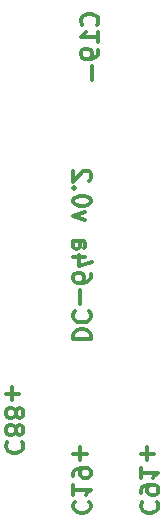
<source format=gbr>
%TF.GenerationSoftware,KiCad,Pcbnew,7.0.6*%
%TF.CreationDate,2023-12-10T23:04:23+01:00*%
%TF.ProjectId,dc_64a,64635f36-3461-42e6-9b69-6361645f7063,rev?*%
%TF.SameCoordinates,Original*%
%TF.FileFunction,Legend,Bot*%
%TF.FilePolarity,Positive*%
%FSLAX46Y46*%
G04 Gerber Fmt 4.6, Leading zero omitted, Abs format (unit mm)*
G04 Created by KiCad (PCBNEW 7.0.6) date 2023-12-10 23:04:23*
%MOMM*%
%LPD*%
G01*
G04 APERTURE LIST*
%ADD10C,0.300000*%
G04 APERTURE END LIST*
D10*
X100622971Y-39511653D02*
X100694400Y-39440225D01*
X100694400Y-39440225D02*
X100765828Y-39225939D01*
X100765828Y-39225939D02*
X100765828Y-39083082D01*
X100765828Y-39083082D02*
X100694400Y-38868796D01*
X100694400Y-38868796D02*
X100551542Y-38725939D01*
X100551542Y-38725939D02*
X100408685Y-38654510D01*
X100408685Y-38654510D02*
X100122971Y-38583082D01*
X100122971Y-38583082D02*
X99908685Y-38583082D01*
X99908685Y-38583082D02*
X99622971Y-38654510D01*
X99622971Y-38654510D02*
X99480114Y-38725939D01*
X99480114Y-38725939D02*
X99337257Y-38868796D01*
X99337257Y-38868796D02*
X99265828Y-39083082D01*
X99265828Y-39083082D02*
X99265828Y-39225939D01*
X99265828Y-39225939D02*
X99337257Y-39440225D01*
X99337257Y-39440225D02*
X99408685Y-39511653D01*
X100765828Y-40940225D02*
X100765828Y-40083082D01*
X100765828Y-40511653D02*
X99265828Y-40511653D01*
X99265828Y-40511653D02*
X99480114Y-40368796D01*
X99480114Y-40368796D02*
X99622971Y-40225939D01*
X99622971Y-40225939D02*
X99694400Y-40083082D01*
X100765828Y-41654510D02*
X100765828Y-41940224D01*
X100765828Y-41940224D02*
X100694400Y-42083081D01*
X100694400Y-42083081D02*
X100622971Y-42154510D01*
X100622971Y-42154510D02*
X100408685Y-42297367D01*
X100408685Y-42297367D02*
X100122971Y-42368796D01*
X100122971Y-42368796D02*
X99551542Y-42368796D01*
X99551542Y-42368796D02*
X99408685Y-42297367D01*
X99408685Y-42297367D02*
X99337257Y-42225939D01*
X99337257Y-42225939D02*
X99265828Y-42083081D01*
X99265828Y-42083081D02*
X99265828Y-41797367D01*
X99265828Y-41797367D02*
X99337257Y-41654510D01*
X99337257Y-41654510D02*
X99408685Y-41583081D01*
X99408685Y-41583081D02*
X99551542Y-41511653D01*
X99551542Y-41511653D02*
X99908685Y-41511653D01*
X99908685Y-41511653D02*
X100051542Y-41583081D01*
X100051542Y-41583081D02*
X100122971Y-41654510D01*
X100122971Y-41654510D02*
X100194400Y-41797367D01*
X100194400Y-41797367D02*
X100194400Y-42083081D01*
X100194400Y-42083081D02*
X100122971Y-42225939D01*
X100122971Y-42225939D02*
X100051542Y-42297367D01*
X100051542Y-42297367D02*
X99908685Y-42368796D01*
X100194400Y-43011652D02*
X100194400Y-44154510D01*
X93052028Y-74788346D02*
X92980600Y-74859774D01*
X92980600Y-74859774D02*
X92909171Y-75074060D01*
X92909171Y-75074060D02*
X92909171Y-75216917D01*
X92909171Y-75216917D02*
X92980600Y-75431203D01*
X92980600Y-75431203D02*
X93123457Y-75574060D01*
X93123457Y-75574060D02*
X93266314Y-75645489D01*
X93266314Y-75645489D02*
X93552028Y-75716917D01*
X93552028Y-75716917D02*
X93766314Y-75716917D01*
X93766314Y-75716917D02*
X94052028Y-75645489D01*
X94052028Y-75645489D02*
X94194885Y-75574060D01*
X94194885Y-75574060D02*
X94337742Y-75431203D01*
X94337742Y-75431203D02*
X94409171Y-75216917D01*
X94409171Y-75216917D02*
X94409171Y-75074060D01*
X94409171Y-75074060D02*
X94337742Y-74859774D01*
X94337742Y-74859774D02*
X94266314Y-74788346D01*
X93766314Y-73931203D02*
X93837742Y-74074060D01*
X93837742Y-74074060D02*
X93909171Y-74145489D01*
X93909171Y-74145489D02*
X94052028Y-74216917D01*
X94052028Y-74216917D02*
X94123457Y-74216917D01*
X94123457Y-74216917D02*
X94266314Y-74145489D01*
X94266314Y-74145489D02*
X94337742Y-74074060D01*
X94337742Y-74074060D02*
X94409171Y-73931203D01*
X94409171Y-73931203D02*
X94409171Y-73645489D01*
X94409171Y-73645489D02*
X94337742Y-73502632D01*
X94337742Y-73502632D02*
X94266314Y-73431203D01*
X94266314Y-73431203D02*
X94123457Y-73359774D01*
X94123457Y-73359774D02*
X94052028Y-73359774D01*
X94052028Y-73359774D02*
X93909171Y-73431203D01*
X93909171Y-73431203D02*
X93837742Y-73502632D01*
X93837742Y-73502632D02*
X93766314Y-73645489D01*
X93766314Y-73645489D02*
X93766314Y-73931203D01*
X93766314Y-73931203D02*
X93694885Y-74074060D01*
X93694885Y-74074060D02*
X93623457Y-74145489D01*
X93623457Y-74145489D02*
X93480600Y-74216917D01*
X93480600Y-74216917D02*
X93194885Y-74216917D01*
X93194885Y-74216917D02*
X93052028Y-74145489D01*
X93052028Y-74145489D02*
X92980600Y-74074060D01*
X92980600Y-74074060D02*
X92909171Y-73931203D01*
X92909171Y-73931203D02*
X92909171Y-73645489D01*
X92909171Y-73645489D02*
X92980600Y-73502632D01*
X92980600Y-73502632D02*
X93052028Y-73431203D01*
X93052028Y-73431203D02*
X93194885Y-73359774D01*
X93194885Y-73359774D02*
X93480600Y-73359774D01*
X93480600Y-73359774D02*
X93623457Y-73431203D01*
X93623457Y-73431203D02*
X93694885Y-73502632D01*
X93694885Y-73502632D02*
X93766314Y-73645489D01*
X93766314Y-72502632D02*
X93837742Y-72645489D01*
X93837742Y-72645489D02*
X93909171Y-72716918D01*
X93909171Y-72716918D02*
X94052028Y-72788346D01*
X94052028Y-72788346D02*
X94123457Y-72788346D01*
X94123457Y-72788346D02*
X94266314Y-72716918D01*
X94266314Y-72716918D02*
X94337742Y-72645489D01*
X94337742Y-72645489D02*
X94409171Y-72502632D01*
X94409171Y-72502632D02*
X94409171Y-72216918D01*
X94409171Y-72216918D02*
X94337742Y-72074061D01*
X94337742Y-72074061D02*
X94266314Y-72002632D01*
X94266314Y-72002632D02*
X94123457Y-71931203D01*
X94123457Y-71931203D02*
X94052028Y-71931203D01*
X94052028Y-71931203D02*
X93909171Y-72002632D01*
X93909171Y-72002632D02*
X93837742Y-72074061D01*
X93837742Y-72074061D02*
X93766314Y-72216918D01*
X93766314Y-72216918D02*
X93766314Y-72502632D01*
X93766314Y-72502632D02*
X93694885Y-72645489D01*
X93694885Y-72645489D02*
X93623457Y-72716918D01*
X93623457Y-72716918D02*
X93480600Y-72788346D01*
X93480600Y-72788346D02*
X93194885Y-72788346D01*
X93194885Y-72788346D02*
X93052028Y-72716918D01*
X93052028Y-72716918D02*
X92980600Y-72645489D01*
X92980600Y-72645489D02*
X92909171Y-72502632D01*
X92909171Y-72502632D02*
X92909171Y-72216918D01*
X92909171Y-72216918D02*
X92980600Y-72074061D01*
X92980600Y-72074061D02*
X93052028Y-72002632D01*
X93052028Y-72002632D02*
X93194885Y-71931203D01*
X93194885Y-71931203D02*
X93480600Y-71931203D01*
X93480600Y-71931203D02*
X93623457Y-72002632D01*
X93623457Y-72002632D02*
X93694885Y-72074061D01*
X93694885Y-72074061D02*
X93766314Y-72216918D01*
X93480600Y-71288347D02*
X93480600Y-70145490D01*
X92909171Y-70716918D02*
X94052028Y-70716918D01*
X98624171Y-66120489D02*
X100124171Y-66120489D01*
X100124171Y-66120489D02*
X100124171Y-65763346D01*
X100124171Y-65763346D02*
X100052742Y-65549060D01*
X100052742Y-65549060D02*
X99909885Y-65406203D01*
X99909885Y-65406203D02*
X99767028Y-65334774D01*
X99767028Y-65334774D02*
X99481314Y-65263346D01*
X99481314Y-65263346D02*
X99267028Y-65263346D01*
X99267028Y-65263346D02*
X98981314Y-65334774D01*
X98981314Y-65334774D02*
X98838457Y-65406203D01*
X98838457Y-65406203D02*
X98695600Y-65549060D01*
X98695600Y-65549060D02*
X98624171Y-65763346D01*
X98624171Y-65763346D02*
X98624171Y-66120489D01*
X98767028Y-63763346D02*
X98695600Y-63834774D01*
X98695600Y-63834774D02*
X98624171Y-64049060D01*
X98624171Y-64049060D02*
X98624171Y-64191917D01*
X98624171Y-64191917D02*
X98695600Y-64406203D01*
X98695600Y-64406203D02*
X98838457Y-64549060D01*
X98838457Y-64549060D02*
X98981314Y-64620489D01*
X98981314Y-64620489D02*
X99267028Y-64691917D01*
X99267028Y-64691917D02*
X99481314Y-64691917D01*
X99481314Y-64691917D02*
X99767028Y-64620489D01*
X99767028Y-64620489D02*
X99909885Y-64549060D01*
X99909885Y-64549060D02*
X100052742Y-64406203D01*
X100052742Y-64406203D02*
X100124171Y-64191917D01*
X100124171Y-64191917D02*
X100124171Y-64049060D01*
X100124171Y-64049060D02*
X100052742Y-63834774D01*
X100052742Y-63834774D02*
X99981314Y-63763346D01*
X99195600Y-63120489D02*
X99195600Y-61977632D01*
X100124171Y-60620489D02*
X100124171Y-60906203D01*
X100124171Y-60906203D02*
X100052742Y-61049060D01*
X100052742Y-61049060D02*
X99981314Y-61120489D01*
X99981314Y-61120489D02*
X99767028Y-61263346D01*
X99767028Y-61263346D02*
X99481314Y-61334774D01*
X99481314Y-61334774D02*
X98909885Y-61334774D01*
X98909885Y-61334774D02*
X98767028Y-61263346D01*
X98767028Y-61263346D02*
X98695600Y-61191917D01*
X98695600Y-61191917D02*
X98624171Y-61049060D01*
X98624171Y-61049060D02*
X98624171Y-60763346D01*
X98624171Y-60763346D02*
X98695600Y-60620489D01*
X98695600Y-60620489D02*
X98767028Y-60549060D01*
X98767028Y-60549060D02*
X98909885Y-60477631D01*
X98909885Y-60477631D02*
X99267028Y-60477631D01*
X99267028Y-60477631D02*
X99409885Y-60549060D01*
X99409885Y-60549060D02*
X99481314Y-60620489D01*
X99481314Y-60620489D02*
X99552742Y-60763346D01*
X99552742Y-60763346D02*
X99552742Y-61049060D01*
X99552742Y-61049060D02*
X99481314Y-61191917D01*
X99481314Y-61191917D02*
X99409885Y-61263346D01*
X99409885Y-61263346D02*
X99267028Y-61334774D01*
X99624171Y-59191918D02*
X98624171Y-59191918D01*
X100195600Y-59549060D02*
X99124171Y-59906203D01*
X99124171Y-59906203D02*
X99124171Y-58977632D01*
X98624171Y-57763347D02*
X99409885Y-57763347D01*
X99409885Y-57763347D02*
X99552742Y-57834775D01*
X99552742Y-57834775D02*
X99624171Y-57977632D01*
X99624171Y-57977632D02*
X99624171Y-58263347D01*
X99624171Y-58263347D02*
X99552742Y-58406204D01*
X98695600Y-57763347D02*
X98624171Y-57906204D01*
X98624171Y-57906204D02*
X98624171Y-58263347D01*
X98624171Y-58263347D02*
X98695600Y-58406204D01*
X98695600Y-58406204D02*
X98838457Y-58477632D01*
X98838457Y-58477632D02*
X98981314Y-58477632D01*
X98981314Y-58477632D02*
X99124171Y-58406204D01*
X99124171Y-58406204D02*
X99195600Y-58263347D01*
X99195600Y-58263347D02*
X99195600Y-57906204D01*
X99195600Y-57906204D02*
X99267028Y-57763347D01*
X99624171Y-56049061D02*
X98624171Y-55691918D01*
X98624171Y-55691918D02*
X99624171Y-55334775D01*
X100124171Y-54477632D02*
X100124171Y-54334775D01*
X100124171Y-54334775D02*
X100052742Y-54191918D01*
X100052742Y-54191918D02*
X99981314Y-54120490D01*
X99981314Y-54120490D02*
X99838457Y-54049061D01*
X99838457Y-54049061D02*
X99552742Y-53977632D01*
X99552742Y-53977632D02*
X99195600Y-53977632D01*
X99195600Y-53977632D02*
X98909885Y-54049061D01*
X98909885Y-54049061D02*
X98767028Y-54120490D01*
X98767028Y-54120490D02*
X98695600Y-54191918D01*
X98695600Y-54191918D02*
X98624171Y-54334775D01*
X98624171Y-54334775D02*
X98624171Y-54477632D01*
X98624171Y-54477632D02*
X98695600Y-54620490D01*
X98695600Y-54620490D02*
X98767028Y-54691918D01*
X98767028Y-54691918D02*
X98909885Y-54763347D01*
X98909885Y-54763347D02*
X99195600Y-54834775D01*
X99195600Y-54834775D02*
X99552742Y-54834775D01*
X99552742Y-54834775D02*
X99838457Y-54763347D01*
X99838457Y-54763347D02*
X99981314Y-54691918D01*
X99981314Y-54691918D02*
X100052742Y-54620490D01*
X100052742Y-54620490D02*
X100124171Y-54477632D01*
X98767028Y-53334776D02*
X98695600Y-53263347D01*
X98695600Y-53263347D02*
X98624171Y-53334776D01*
X98624171Y-53334776D02*
X98695600Y-53406204D01*
X98695600Y-53406204D02*
X98767028Y-53334776D01*
X98767028Y-53334776D02*
X98624171Y-53334776D01*
X99981314Y-52691918D02*
X100052742Y-52620490D01*
X100052742Y-52620490D02*
X100124171Y-52477633D01*
X100124171Y-52477633D02*
X100124171Y-52120490D01*
X100124171Y-52120490D02*
X100052742Y-51977633D01*
X100052742Y-51977633D02*
X99981314Y-51906204D01*
X99981314Y-51906204D02*
X99838457Y-51834775D01*
X99838457Y-51834775D02*
X99695600Y-51834775D01*
X99695600Y-51834775D02*
X99481314Y-51906204D01*
X99481314Y-51906204D02*
X98624171Y-52763347D01*
X98624171Y-52763347D02*
X98624171Y-51834775D01*
X98767028Y-79868346D02*
X98695600Y-79939774D01*
X98695600Y-79939774D02*
X98624171Y-80154060D01*
X98624171Y-80154060D02*
X98624171Y-80296917D01*
X98624171Y-80296917D02*
X98695600Y-80511203D01*
X98695600Y-80511203D02*
X98838457Y-80654060D01*
X98838457Y-80654060D02*
X98981314Y-80725489D01*
X98981314Y-80725489D02*
X99267028Y-80796917D01*
X99267028Y-80796917D02*
X99481314Y-80796917D01*
X99481314Y-80796917D02*
X99767028Y-80725489D01*
X99767028Y-80725489D02*
X99909885Y-80654060D01*
X99909885Y-80654060D02*
X100052742Y-80511203D01*
X100052742Y-80511203D02*
X100124171Y-80296917D01*
X100124171Y-80296917D02*
X100124171Y-80154060D01*
X100124171Y-80154060D02*
X100052742Y-79939774D01*
X100052742Y-79939774D02*
X99981314Y-79868346D01*
X98624171Y-78439774D02*
X98624171Y-79296917D01*
X98624171Y-78868346D02*
X100124171Y-78868346D01*
X100124171Y-78868346D02*
X99909885Y-79011203D01*
X99909885Y-79011203D02*
X99767028Y-79154060D01*
X99767028Y-79154060D02*
X99695600Y-79296917D01*
X98624171Y-77725489D02*
X98624171Y-77439775D01*
X98624171Y-77439775D02*
X98695600Y-77296918D01*
X98695600Y-77296918D02*
X98767028Y-77225489D01*
X98767028Y-77225489D02*
X98981314Y-77082632D01*
X98981314Y-77082632D02*
X99267028Y-77011203D01*
X99267028Y-77011203D02*
X99838457Y-77011203D01*
X99838457Y-77011203D02*
X99981314Y-77082632D01*
X99981314Y-77082632D02*
X100052742Y-77154061D01*
X100052742Y-77154061D02*
X100124171Y-77296918D01*
X100124171Y-77296918D02*
X100124171Y-77582632D01*
X100124171Y-77582632D02*
X100052742Y-77725489D01*
X100052742Y-77725489D02*
X99981314Y-77796918D01*
X99981314Y-77796918D02*
X99838457Y-77868346D01*
X99838457Y-77868346D02*
X99481314Y-77868346D01*
X99481314Y-77868346D02*
X99338457Y-77796918D01*
X99338457Y-77796918D02*
X99267028Y-77725489D01*
X99267028Y-77725489D02*
X99195600Y-77582632D01*
X99195600Y-77582632D02*
X99195600Y-77296918D01*
X99195600Y-77296918D02*
X99267028Y-77154061D01*
X99267028Y-77154061D02*
X99338457Y-77082632D01*
X99338457Y-77082632D02*
X99481314Y-77011203D01*
X99195600Y-76368347D02*
X99195600Y-75225490D01*
X98624171Y-75796918D02*
X99767028Y-75796918D01*
X104482028Y-79868346D02*
X104410600Y-79939774D01*
X104410600Y-79939774D02*
X104339171Y-80154060D01*
X104339171Y-80154060D02*
X104339171Y-80296917D01*
X104339171Y-80296917D02*
X104410600Y-80511203D01*
X104410600Y-80511203D02*
X104553457Y-80654060D01*
X104553457Y-80654060D02*
X104696314Y-80725489D01*
X104696314Y-80725489D02*
X104982028Y-80796917D01*
X104982028Y-80796917D02*
X105196314Y-80796917D01*
X105196314Y-80796917D02*
X105482028Y-80725489D01*
X105482028Y-80725489D02*
X105624885Y-80654060D01*
X105624885Y-80654060D02*
X105767742Y-80511203D01*
X105767742Y-80511203D02*
X105839171Y-80296917D01*
X105839171Y-80296917D02*
X105839171Y-80154060D01*
X105839171Y-80154060D02*
X105767742Y-79939774D01*
X105767742Y-79939774D02*
X105696314Y-79868346D01*
X104339171Y-79154060D02*
X104339171Y-78868346D01*
X104339171Y-78868346D02*
X104410600Y-78725489D01*
X104410600Y-78725489D02*
X104482028Y-78654060D01*
X104482028Y-78654060D02*
X104696314Y-78511203D01*
X104696314Y-78511203D02*
X104982028Y-78439774D01*
X104982028Y-78439774D02*
X105553457Y-78439774D01*
X105553457Y-78439774D02*
X105696314Y-78511203D01*
X105696314Y-78511203D02*
X105767742Y-78582632D01*
X105767742Y-78582632D02*
X105839171Y-78725489D01*
X105839171Y-78725489D02*
X105839171Y-79011203D01*
X105839171Y-79011203D02*
X105767742Y-79154060D01*
X105767742Y-79154060D02*
X105696314Y-79225489D01*
X105696314Y-79225489D02*
X105553457Y-79296917D01*
X105553457Y-79296917D02*
X105196314Y-79296917D01*
X105196314Y-79296917D02*
X105053457Y-79225489D01*
X105053457Y-79225489D02*
X104982028Y-79154060D01*
X104982028Y-79154060D02*
X104910600Y-79011203D01*
X104910600Y-79011203D02*
X104910600Y-78725489D01*
X104910600Y-78725489D02*
X104982028Y-78582632D01*
X104982028Y-78582632D02*
X105053457Y-78511203D01*
X105053457Y-78511203D02*
X105196314Y-78439774D01*
X104339171Y-77011203D02*
X104339171Y-77868346D01*
X104339171Y-77439775D02*
X105839171Y-77439775D01*
X105839171Y-77439775D02*
X105624885Y-77582632D01*
X105624885Y-77582632D02*
X105482028Y-77725489D01*
X105482028Y-77725489D02*
X105410600Y-77868346D01*
X104910600Y-76368347D02*
X104910600Y-75225490D01*
X104339171Y-75796918D02*
X105482028Y-75796918D01*
M02*

</source>
